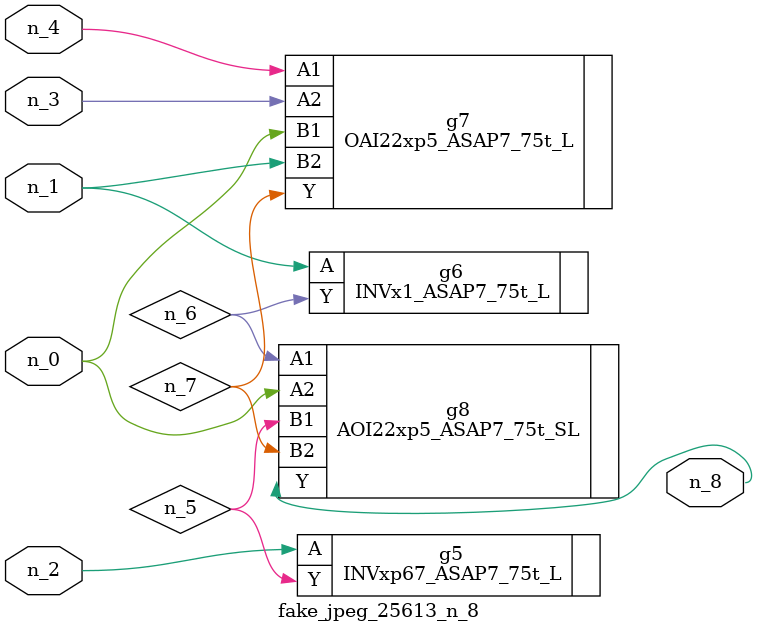
<source format=v>
module fake_jpeg_25613_n_8 (n_3, n_2, n_1, n_0, n_4, n_8);

input n_3;
input n_2;
input n_1;
input n_0;
input n_4;

output n_8;

wire n_6;
wire n_5;
wire n_7;

INVxp67_ASAP7_75t_L g5 ( 
.A(n_2),
.Y(n_5)
);

INVx1_ASAP7_75t_L g6 ( 
.A(n_1),
.Y(n_6)
);

OAI22xp5_ASAP7_75t_L g7 ( 
.A1(n_4),
.A2(n_3),
.B1(n_0),
.B2(n_1),
.Y(n_7)
);

AOI22xp5_ASAP7_75t_SL g8 ( 
.A1(n_6),
.A2(n_0),
.B1(n_5),
.B2(n_7),
.Y(n_8)
);


endmodule
</source>
